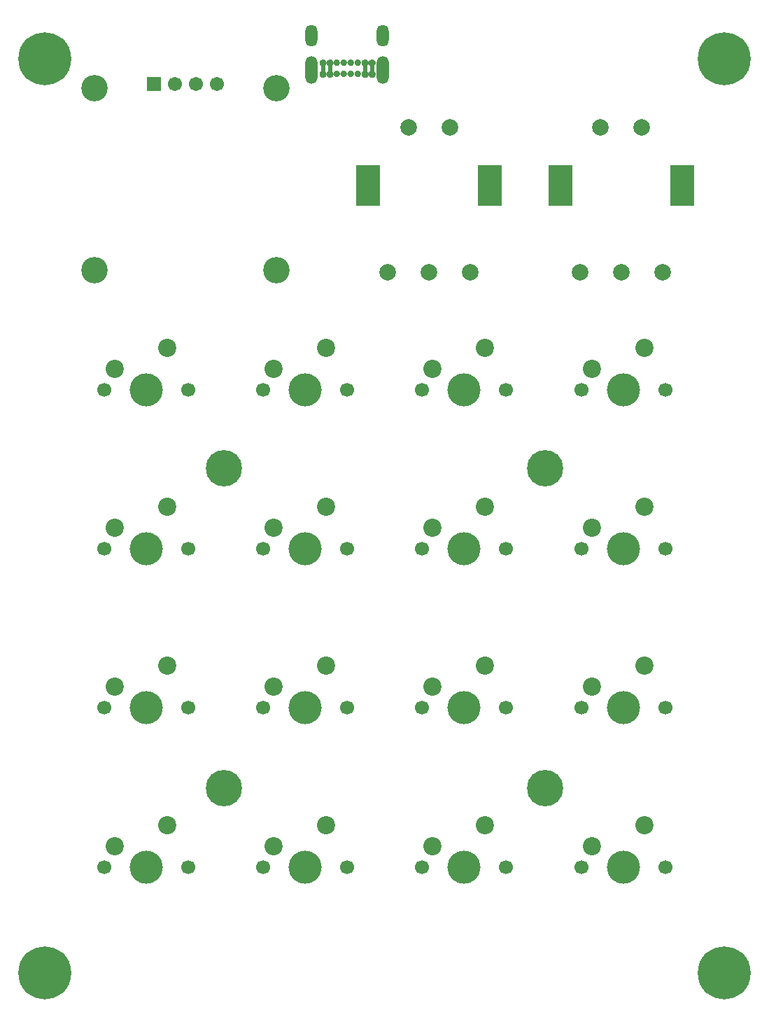
<source format=gbr>
%TF.GenerationSoftware,KiCad,Pcbnew,9.0.0*%
%TF.CreationDate,2025-06-12T19:16:51-06:00*%
%TF.ProjectId,final_macropad,66696e61-6c5f-46d6-9163-726f7061642e,rev?*%
%TF.SameCoordinates,Original*%
%TF.FileFunction,Soldermask,Top*%
%TF.FilePolarity,Negative*%
%FSLAX46Y46*%
G04 Gerber Fmt 4.6, Leading zero omitted, Abs format (unit mm)*
G04 Created by KiCad (PCBNEW 9.0.0) date 2025-06-12 19:16:51*
%MOMM*%
%LPD*%
G01*
G04 APERTURE LIST*
G04 Aperture macros list*
%AMRoundRect*
0 Rectangle with rounded corners*
0 $1 Rounding radius*
0 $2 $3 $4 $5 $6 $7 $8 $9 X,Y pos of 4 corners*
0 Add a 4 corners polygon primitive as box body*
4,1,4,$2,$3,$4,$5,$6,$7,$8,$9,$2,$3,0*
0 Add four circle primitives for the rounded corners*
1,1,$1+$1,$2,$3*
1,1,$1+$1,$4,$5*
1,1,$1+$1,$6,$7*
1,1,$1+$1,$8,$9*
0 Add four rect primitives between the rounded corners*
20,1,$1+$1,$2,$3,$4,$5,0*
20,1,$1+$1,$4,$5,$6,$7,0*
20,1,$1+$1,$6,$7,$8,$9,0*
20,1,$1+$1,$8,$9,$2,$3,0*%
G04 Aperture macros list end*
%ADD10C,0.387500*%
%ADD11C,0.010000*%
%ADD12C,0.800000*%
%ADD13C,6.400000*%
%ADD14C,2.000000*%
%ADD15R,3.000000X5.000000*%
%ADD16C,1.700000*%
%ADD17C,4.000000*%
%ADD18C,2.200000*%
%ADD19C,4.400000*%
%ADD20RoundRect,0.102000X-0.754000X-0.754000X0.754000X-0.754000X0.754000X0.754000X-0.754000X0.754000X0*%
%ADD21C,1.712000*%
%ADD22C,3.204000*%
%ADD23O,1.452400X2.652400*%
%ADD24O,1.452400X3.352400*%
G04 APERTURE END LIST*
D10*
%TO.C,J2*%
X68514750Y-29922000D02*
G75*
G02*
X68127250Y-29922000I-193750J0D01*
G01*
X68127250Y-29922000D02*
G75*
G02*
X68514750Y-29922000I193750J0D01*
G01*
X68514750Y-31272000D02*
G75*
G02*
X68127250Y-31272000I-193750J0D01*
G01*
X68127250Y-31272000D02*
G75*
G02*
X68514750Y-31272000I193750J0D01*
G01*
X69364750Y-29922000D02*
G75*
G02*
X68977250Y-29922000I-193750J0D01*
G01*
X68977250Y-29922000D02*
G75*
G02*
X69364750Y-29922000I193750J0D01*
G01*
X69364750Y-31272000D02*
G75*
G02*
X68977250Y-31272000I-193750J0D01*
G01*
X68977250Y-31272000D02*
G75*
G02*
X69364750Y-31272000I193750J0D01*
G01*
X70214750Y-29922000D02*
G75*
G02*
X69827250Y-29922000I-193750J0D01*
G01*
X69827250Y-29922000D02*
G75*
G02*
X70214750Y-29922000I193750J0D01*
G01*
X70214750Y-31272000D02*
G75*
G02*
X69827250Y-31272000I-193750J0D01*
G01*
X69827250Y-31272000D02*
G75*
G02*
X70214750Y-31272000I193750J0D01*
G01*
X71064750Y-29922000D02*
G75*
G02*
X70677250Y-29922000I-193750J0D01*
G01*
X70677250Y-29922000D02*
G75*
G02*
X71064750Y-29922000I193750J0D01*
G01*
X71064750Y-31272000D02*
G75*
G02*
X70677250Y-31272000I-193750J0D01*
G01*
X70677250Y-31272000D02*
G75*
G02*
X71064750Y-31272000I193750J0D01*
G01*
D11*
X66687000Y-29540000D02*
X66751000Y-29557000D01*
X66811000Y-29584000D01*
X66866000Y-29622000D01*
X66913000Y-29668000D01*
X66952000Y-29721000D01*
X66982000Y-29781000D01*
X67001000Y-29844000D01*
X67008000Y-29910000D01*
X67005000Y-29976000D01*
X66990000Y-30040000D01*
X66964000Y-30102000D01*
X66929000Y-30157000D01*
X66884000Y-30206000D01*
X66835000Y-30245000D01*
X66834500Y-30948620D01*
X66835000Y-30949000D01*
X66884000Y-30988000D01*
X66929000Y-31037000D01*
X66964000Y-31092000D01*
X66990000Y-31154000D01*
X67005000Y-31218000D01*
X67008000Y-31284000D01*
X67001000Y-31350000D01*
X66982000Y-31413000D01*
X66952000Y-31473000D01*
X66913000Y-31526000D01*
X66866000Y-31572000D01*
X66811000Y-31610000D01*
X66751000Y-31637000D01*
X66687000Y-31654000D01*
X66621000Y-31660000D01*
X66555000Y-31654000D01*
X66491000Y-31637000D01*
X66431000Y-31610000D01*
X66376000Y-31572000D01*
X66329000Y-31526000D01*
X66290000Y-31473000D01*
X66260000Y-31413000D01*
X66241000Y-31350000D01*
X66234000Y-31284000D01*
X66237000Y-31218000D01*
X66252000Y-31154000D01*
X66278000Y-31092000D01*
X66313000Y-31037000D01*
X66358000Y-30988000D01*
X66408000Y-30949000D01*
X66408000Y-30245000D01*
X66358000Y-30206000D01*
X66313000Y-30157000D01*
X66278000Y-30102000D01*
X66252000Y-30040000D01*
X66237000Y-29976000D01*
X66234000Y-29910000D01*
X66241000Y-29844000D01*
X66260000Y-29781000D01*
X66290000Y-29721000D01*
X66329000Y-29668000D01*
X66376000Y-29622000D01*
X66431000Y-29584000D01*
X66491000Y-29557000D01*
X66555000Y-29540000D01*
X66621000Y-29534000D01*
X66687000Y-29540000D01*
G36*
X66687000Y-29540000D02*
G01*
X66751000Y-29557000D01*
X66811000Y-29584000D01*
X66866000Y-29622000D01*
X66913000Y-29668000D01*
X66952000Y-29721000D01*
X66982000Y-29781000D01*
X67001000Y-29844000D01*
X67008000Y-29910000D01*
X67005000Y-29976000D01*
X66990000Y-30040000D01*
X66964000Y-30102000D01*
X66929000Y-30157000D01*
X66884000Y-30206000D01*
X66835000Y-30245000D01*
X66834500Y-30948620D01*
X66835000Y-30949000D01*
X66884000Y-30988000D01*
X66929000Y-31037000D01*
X66964000Y-31092000D01*
X66990000Y-31154000D01*
X67005000Y-31218000D01*
X67008000Y-31284000D01*
X67001000Y-31350000D01*
X66982000Y-31413000D01*
X66952000Y-31473000D01*
X66913000Y-31526000D01*
X66866000Y-31572000D01*
X66811000Y-31610000D01*
X66751000Y-31637000D01*
X66687000Y-31654000D01*
X66621000Y-31660000D01*
X66555000Y-31654000D01*
X66491000Y-31637000D01*
X66431000Y-31610000D01*
X66376000Y-31572000D01*
X66329000Y-31526000D01*
X66290000Y-31473000D01*
X66260000Y-31413000D01*
X66241000Y-31350000D01*
X66234000Y-31284000D01*
X66237000Y-31218000D01*
X66252000Y-31154000D01*
X66278000Y-31092000D01*
X66313000Y-31037000D01*
X66358000Y-30988000D01*
X66408000Y-30949000D01*
X66408000Y-30245000D01*
X66358000Y-30206000D01*
X66313000Y-30157000D01*
X66278000Y-30102000D01*
X66252000Y-30040000D01*
X66237000Y-29976000D01*
X66234000Y-29910000D01*
X66241000Y-29844000D01*
X66260000Y-29781000D01*
X66290000Y-29721000D01*
X66329000Y-29668000D01*
X66376000Y-29622000D01*
X66431000Y-29584000D01*
X66491000Y-29557000D01*
X66555000Y-29540000D01*
X66621000Y-29534000D01*
X66687000Y-29540000D01*
G37*
X67537000Y-29540000D02*
X67601000Y-29557000D01*
X67661000Y-29584000D01*
X67716000Y-29622000D01*
X67763000Y-29668000D01*
X67802000Y-29721000D01*
X67832000Y-29781000D01*
X67851000Y-29844000D01*
X67858000Y-29910000D01*
X67855000Y-29976000D01*
X67840000Y-30040000D01*
X67814000Y-30102000D01*
X67779000Y-30157000D01*
X67734000Y-30206000D01*
X67685000Y-30245000D01*
X67685000Y-30949000D01*
X67734000Y-30988000D01*
X67779000Y-31037000D01*
X67814000Y-31092000D01*
X67840000Y-31154000D01*
X67855000Y-31218000D01*
X67858000Y-31284000D01*
X67851000Y-31350000D01*
X67832000Y-31413000D01*
X67802000Y-31473000D01*
X67763000Y-31526000D01*
X67716000Y-31572000D01*
X67661000Y-31610000D01*
X67601000Y-31637000D01*
X67537000Y-31654000D01*
X67471000Y-31660000D01*
X67405000Y-31654000D01*
X67341000Y-31637000D01*
X67281000Y-31610000D01*
X67226000Y-31572000D01*
X67179000Y-31526000D01*
X67140000Y-31473000D01*
X67110000Y-31413000D01*
X67091000Y-31350000D01*
X67084000Y-31284000D01*
X67087000Y-31218000D01*
X67102000Y-31154000D01*
X67128000Y-31092000D01*
X67163000Y-31037000D01*
X67208000Y-30988000D01*
X67258000Y-30949000D01*
X67258000Y-30245000D01*
X67257500Y-30245380D01*
X67208000Y-30206000D01*
X67163000Y-30157000D01*
X67128000Y-30102000D01*
X67102000Y-30040000D01*
X67087000Y-29976000D01*
X67084000Y-29910000D01*
X67091000Y-29844000D01*
X67110000Y-29781000D01*
X67140000Y-29721000D01*
X67179000Y-29668000D01*
X67226000Y-29622000D01*
X67281000Y-29584000D01*
X67341000Y-29557000D01*
X67405000Y-29540000D01*
X67471000Y-29534000D01*
X67537000Y-29540000D01*
G36*
X67537000Y-29540000D02*
G01*
X67601000Y-29557000D01*
X67661000Y-29584000D01*
X67716000Y-29622000D01*
X67763000Y-29668000D01*
X67802000Y-29721000D01*
X67832000Y-29781000D01*
X67851000Y-29844000D01*
X67858000Y-29910000D01*
X67855000Y-29976000D01*
X67840000Y-30040000D01*
X67814000Y-30102000D01*
X67779000Y-30157000D01*
X67734000Y-30206000D01*
X67685000Y-30245000D01*
X67685000Y-30949000D01*
X67734000Y-30988000D01*
X67779000Y-31037000D01*
X67814000Y-31092000D01*
X67840000Y-31154000D01*
X67855000Y-31218000D01*
X67858000Y-31284000D01*
X67851000Y-31350000D01*
X67832000Y-31413000D01*
X67802000Y-31473000D01*
X67763000Y-31526000D01*
X67716000Y-31572000D01*
X67661000Y-31610000D01*
X67601000Y-31637000D01*
X67537000Y-31654000D01*
X67471000Y-31660000D01*
X67405000Y-31654000D01*
X67341000Y-31637000D01*
X67281000Y-31610000D01*
X67226000Y-31572000D01*
X67179000Y-31526000D01*
X67140000Y-31473000D01*
X67110000Y-31413000D01*
X67091000Y-31350000D01*
X67084000Y-31284000D01*
X67087000Y-31218000D01*
X67102000Y-31154000D01*
X67128000Y-31092000D01*
X67163000Y-31037000D01*
X67208000Y-30988000D01*
X67258000Y-30949000D01*
X67258000Y-30245000D01*
X67257500Y-30245380D01*
X67208000Y-30206000D01*
X67163000Y-30157000D01*
X67128000Y-30102000D01*
X67102000Y-30040000D01*
X67087000Y-29976000D01*
X67084000Y-29910000D01*
X67091000Y-29844000D01*
X67110000Y-29781000D01*
X67140000Y-29721000D01*
X67179000Y-29668000D01*
X67226000Y-29622000D01*
X67281000Y-29584000D01*
X67341000Y-29557000D01*
X67405000Y-29540000D01*
X67471000Y-29534000D01*
X67537000Y-29540000D01*
G37*
X71787000Y-29540000D02*
X71851000Y-29557000D01*
X71911000Y-29584000D01*
X71966000Y-29622000D01*
X72013000Y-29668000D01*
X72052000Y-29721000D01*
X72082000Y-29781000D01*
X72101000Y-29844000D01*
X72108000Y-29910000D01*
X72105000Y-29976000D01*
X72090000Y-30040000D01*
X72064000Y-30102000D01*
X72029000Y-30157000D01*
X71984000Y-30206000D01*
X71934000Y-30245000D01*
X71934000Y-30949000D01*
X71984000Y-30988000D01*
X72029000Y-31037000D01*
X72064000Y-31092000D01*
X72090000Y-31154000D01*
X72105000Y-31218000D01*
X72108000Y-31284000D01*
X72101000Y-31350000D01*
X72082000Y-31413000D01*
X72052000Y-31473000D01*
X72013000Y-31526000D01*
X71966000Y-31572000D01*
X71911000Y-31610000D01*
X71851000Y-31637000D01*
X71787000Y-31654000D01*
X71721000Y-31660000D01*
X71655000Y-31654000D01*
X71591000Y-31637000D01*
X71531000Y-31610000D01*
X71476000Y-31572000D01*
X71429000Y-31526000D01*
X71390000Y-31473000D01*
X71360000Y-31413000D01*
X71341000Y-31350000D01*
X71334000Y-31284000D01*
X71337000Y-31218000D01*
X71352000Y-31154000D01*
X71378000Y-31092000D01*
X71413000Y-31037000D01*
X71458000Y-30988000D01*
X71507000Y-30949000D01*
X71507000Y-30245000D01*
X71507500Y-30245380D01*
X71458000Y-30206000D01*
X71413000Y-30157000D01*
X71378000Y-30102000D01*
X71352000Y-30040000D01*
X71337000Y-29976000D01*
X71334000Y-29910000D01*
X71341000Y-29844000D01*
X71360000Y-29781000D01*
X71390000Y-29721000D01*
X71429000Y-29668000D01*
X71476000Y-29622000D01*
X71531000Y-29584000D01*
X71591000Y-29557000D01*
X71655000Y-29540000D01*
X71721000Y-29534000D01*
X71787000Y-29540000D01*
G36*
X71787000Y-29540000D02*
G01*
X71851000Y-29557000D01*
X71911000Y-29584000D01*
X71966000Y-29622000D01*
X72013000Y-29668000D01*
X72052000Y-29721000D01*
X72082000Y-29781000D01*
X72101000Y-29844000D01*
X72108000Y-29910000D01*
X72105000Y-29976000D01*
X72090000Y-30040000D01*
X72064000Y-30102000D01*
X72029000Y-30157000D01*
X71984000Y-30206000D01*
X71934000Y-30245000D01*
X71934000Y-30949000D01*
X71984000Y-30988000D01*
X72029000Y-31037000D01*
X72064000Y-31092000D01*
X72090000Y-31154000D01*
X72105000Y-31218000D01*
X72108000Y-31284000D01*
X72101000Y-31350000D01*
X72082000Y-31413000D01*
X72052000Y-31473000D01*
X72013000Y-31526000D01*
X71966000Y-31572000D01*
X71911000Y-31610000D01*
X71851000Y-31637000D01*
X71787000Y-31654000D01*
X71721000Y-31660000D01*
X71655000Y-31654000D01*
X71591000Y-31637000D01*
X71531000Y-31610000D01*
X71476000Y-31572000D01*
X71429000Y-31526000D01*
X71390000Y-31473000D01*
X71360000Y-31413000D01*
X71341000Y-31350000D01*
X71334000Y-31284000D01*
X71337000Y-31218000D01*
X71352000Y-31154000D01*
X71378000Y-31092000D01*
X71413000Y-31037000D01*
X71458000Y-30988000D01*
X71507000Y-30949000D01*
X71507000Y-30245000D01*
X71507500Y-30245380D01*
X71458000Y-30206000D01*
X71413000Y-30157000D01*
X71378000Y-30102000D01*
X71352000Y-30040000D01*
X71337000Y-29976000D01*
X71334000Y-29910000D01*
X71341000Y-29844000D01*
X71360000Y-29781000D01*
X71390000Y-29721000D01*
X71429000Y-29668000D01*
X71476000Y-29622000D01*
X71531000Y-29584000D01*
X71591000Y-29557000D01*
X71655000Y-29540000D01*
X71721000Y-29534000D01*
X71787000Y-29540000D01*
G37*
X72637000Y-29540000D02*
X72701000Y-29557000D01*
X72761000Y-29584000D01*
X72816000Y-29622000D01*
X72863000Y-29668000D01*
X72902000Y-29721000D01*
X72932000Y-29781000D01*
X72951000Y-29844000D01*
X72958000Y-29910000D01*
X72955000Y-29976000D01*
X72940000Y-30040000D01*
X72914000Y-30102000D01*
X72879000Y-30157000D01*
X72834000Y-30206000D01*
X72784000Y-30245000D01*
X72784500Y-30948620D01*
X72784000Y-30949000D01*
X72834000Y-30988000D01*
X72879000Y-31037000D01*
X72914000Y-31092000D01*
X72940000Y-31154000D01*
X72955000Y-31218000D01*
X72958000Y-31284000D01*
X72951000Y-31350000D01*
X72932000Y-31413000D01*
X72902000Y-31473000D01*
X72863000Y-31526000D01*
X72816000Y-31572000D01*
X72761000Y-31610000D01*
X72701000Y-31637000D01*
X72637000Y-31654000D01*
X72571000Y-31660000D01*
X72505000Y-31654000D01*
X72441000Y-31637000D01*
X72381000Y-31610000D01*
X72326000Y-31572000D01*
X72279000Y-31526000D01*
X72240000Y-31473000D01*
X72210000Y-31413000D01*
X72191000Y-31350000D01*
X72184000Y-31284000D01*
X72187000Y-31218000D01*
X72202000Y-31154000D01*
X72228000Y-31092000D01*
X72263000Y-31037000D01*
X72308000Y-30988000D01*
X72357000Y-30949000D01*
X72357000Y-30245000D01*
X72308000Y-30206000D01*
X72263000Y-30157000D01*
X72228000Y-30102000D01*
X72202000Y-30040000D01*
X72187000Y-29976000D01*
X72184000Y-29910000D01*
X72191000Y-29844000D01*
X72210000Y-29781000D01*
X72240000Y-29721000D01*
X72279000Y-29668000D01*
X72326000Y-29622000D01*
X72381000Y-29584000D01*
X72441000Y-29557000D01*
X72505000Y-29540000D01*
X72571000Y-29534000D01*
X72637000Y-29540000D01*
G36*
X72637000Y-29540000D02*
G01*
X72701000Y-29557000D01*
X72761000Y-29584000D01*
X72816000Y-29622000D01*
X72863000Y-29668000D01*
X72902000Y-29721000D01*
X72932000Y-29781000D01*
X72951000Y-29844000D01*
X72958000Y-29910000D01*
X72955000Y-29976000D01*
X72940000Y-30040000D01*
X72914000Y-30102000D01*
X72879000Y-30157000D01*
X72834000Y-30206000D01*
X72784000Y-30245000D01*
X72784500Y-30948620D01*
X72784000Y-30949000D01*
X72834000Y-30988000D01*
X72879000Y-31037000D01*
X72914000Y-31092000D01*
X72940000Y-31154000D01*
X72955000Y-31218000D01*
X72958000Y-31284000D01*
X72951000Y-31350000D01*
X72932000Y-31413000D01*
X72902000Y-31473000D01*
X72863000Y-31526000D01*
X72816000Y-31572000D01*
X72761000Y-31610000D01*
X72701000Y-31637000D01*
X72637000Y-31654000D01*
X72571000Y-31660000D01*
X72505000Y-31654000D01*
X72441000Y-31637000D01*
X72381000Y-31610000D01*
X72326000Y-31572000D01*
X72279000Y-31526000D01*
X72240000Y-31473000D01*
X72210000Y-31413000D01*
X72191000Y-31350000D01*
X72184000Y-31284000D01*
X72187000Y-31218000D01*
X72202000Y-31154000D01*
X72228000Y-31092000D01*
X72263000Y-31037000D01*
X72308000Y-30988000D01*
X72357000Y-30949000D01*
X72357000Y-30245000D01*
X72308000Y-30206000D01*
X72263000Y-30157000D01*
X72228000Y-30102000D01*
X72202000Y-30040000D01*
X72187000Y-29976000D01*
X72184000Y-29910000D01*
X72191000Y-29844000D01*
X72210000Y-29781000D01*
X72240000Y-29721000D01*
X72279000Y-29668000D01*
X72326000Y-29622000D01*
X72381000Y-29584000D01*
X72441000Y-29557000D01*
X72505000Y-29540000D01*
X72571000Y-29534000D01*
X72637000Y-29540000D01*
G37*
%TD*%
D12*
%TO.C,H3*%
X30600000Y-140052944D03*
X31302944Y-138355888D03*
X31302944Y-141750000D03*
X33000000Y-137652944D03*
D13*
X33000000Y-140052944D03*
D12*
X33000000Y-142452944D03*
X34697056Y-138355888D03*
X34697056Y-141750000D03*
X35400000Y-140052944D03*
%TD*%
D14*
%TO.C,S17*%
X100250000Y-37750000D03*
X105250000Y-37750000D03*
X97750000Y-55250000D03*
X102750000Y-55250000D03*
X107750000Y-55250000D03*
D15*
X95400000Y-44750000D03*
X110100000Y-44750000D03*
%TD*%
D12*
%TO.C,H4*%
X112850000Y-140052944D03*
X113552944Y-138355888D03*
X113552944Y-141750000D03*
X115250000Y-137652944D03*
D13*
X115250000Y-140052944D03*
D12*
X115250000Y-142452944D03*
X116947056Y-138355888D03*
X116947056Y-141750000D03*
X117650000Y-140052944D03*
%TD*%
D16*
%TO.C,S3*%
X78670000Y-69460000D03*
D17*
X83750000Y-69460000D03*
D16*
X88830000Y-69460000D03*
D18*
X86290000Y-64380000D03*
X79940000Y-66920000D03*
%TD*%
D16*
%TO.C,S14*%
X59420000Y-127250000D03*
D17*
X64500000Y-127250000D03*
D16*
X69580000Y-127250000D03*
D18*
X67040000Y-122170000D03*
X60690000Y-124710000D03*
%TD*%
D16*
%TO.C,S6*%
X59420000Y-88710000D03*
D17*
X64500000Y-88710000D03*
D16*
X69580000Y-88710000D03*
D18*
X67040000Y-83630000D03*
X60690000Y-86170000D03*
%TD*%
D19*
%TO.C,H8*%
X93570000Y-117710000D03*
%TD*%
%TO.C,H5*%
X54670000Y-78960000D03*
%TD*%
D16*
%TO.C,S7*%
X78670000Y-88710000D03*
D17*
X83750000Y-88710000D03*
D16*
X88830000Y-88710000D03*
D18*
X86290000Y-83630000D03*
X79940000Y-86170000D03*
%TD*%
D16*
%TO.C,S4*%
X97920000Y-69460000D03*
D17*
X103000000Y-69460000D03*
D16*
X108080000Y-69460000D03*
D18*
X105540000Y-64380000D03*
X99190000Y-66920000D03*
%TD*%
D16*
%TO.C,S8*%
X97920000Y-88710000D03*
D17*
X103000000Y-88710000D03*
D16*
X108080000Y-88710000D03*
D18*
X105540000Y-83630000D03*
X99190000Y-86170000D03*
%TD*%
D12*
%TO.C,H1*%
X30600000Y-29447056D03*
X31302944Y-27750000D03*
X31302944Y-31144112D03*
X33000000Y-27047056D03*
D13*
X33000000Y-29447056D03*
D12*
X33000000Y-31847056D03*
X34697056Y-27750000D03*
X34697056Y-31144112D03*
X35400000Y-29447056D03*
%TD*%
D19*
%TO.C,H6*%
X54670000Y-117710000D03*
%TD*%
D16*
%TO.C,S5*%
X40170000Y-88710000D03*
D17*
X45250000Y-88710000D03*
D16*
X50330000Y-88710000D03*
D18*
X47790000Y-83630000D03*
X41440000Y-86170000D03*
%TD*%
D16*
%TO.C,S1*%
X40170000Y-69460000D03*
D17*
X45250000Y-69460000D03*
D16*
X50330000Y-69460000D03*
D18*
X47790000Y-64380000D03*
X41440000Y-66920000D03*
%TD*%
D16*
%TO.C,S10*%
X59420000Y-107960000D03*
D17*
X64500000Y-107960000D03*
D16*
X69580000Y-107960000D03*
D18*
X67040000Y-102880000D03*
X60690000Y-105420000D03*
%TD*%
D19*
%TO.C,H7*%
X93570000Y-78960000D03*
%TD*%
D12*
%TO.C,H2*%
X112850000Y-29447056D03*
X113552944Y-27750000D03*
X113552944Y-31144112D03*
X115250000Y-27047056D03*
D13*
X115250000Y-29447056D03*
D12*
X115250000Y-31847056D03*
X116947056Y-27750000D03*
X116947056Y-31144112D03*
X117650000Y-29447056D03*
%TD*%
D16*
%TO.C,S12*%
X97920000Y-107960000D03*
D17*
X103000000Y-107960000D03*
D16*
X108080000Y-107960000D03*
D18*
X105540000Y-102880000D03*
X99190000Y-105420000D03*
%TD*%
D20*
%TO.C,U3*%
X46190000Y-32500000D03*
D21*
X48730000Y-32500000D03*
X51270000Y-32500000D03*
X53810000Y-32500000D03*
D22*
X39000000Y-33000000D03*
X61000000Y-33000000D03*
X61000000Y-55000000D03*
X39000000Y-55000000D03*
%TD*%
D16*
%TO.C,S2*%
X59420000Y-69460000D03*
D17*
X64500000Y-69460000D03*
D16*
X69580000Y-69460000D03*
D18*
X67040000Y-64380000D03*
X60690000Y-66920000D03*
%TD*%
D16*
%TO.C,S9*%
X40170000Y-107960000D03*
D17*
X45250000Y-107960000D03*
D16*
X50330000Y-107960000D03*
D18*
X47790000Y-102880000D03*
X41440000Y-105420000D03*
%TD*%
D23*
%TO.C,J2*%
X73916000Y-26622000D03*
X65276000Y-26622000D03*
D24*
X73916000Y-30772000D03*
X65276000Y-30772000D03*
%TD*%
D16*
%TO.C,S15*%
X78670000Y-127250000D03*
D17*
X83750000Y-127250000D03*
D16*
X88830000Y-127250000D03*
D18*
X86290000Y-122170000D03*
X79940000Y-124710000D03*
%TD*%
D14*
%TO.C,S18*%
X77000000Y-37750000D03*
X82000000Y-37750000D03*
X74500000Y-55250000D03*
X79500000Y-55250000D03*
X84500000Y-55250000D03*
D15*
X72150000Y-44750000D03*
X86850000Y-44750000D03*
%TD*%
D16*
%TO.C,S16*%
X97920000Y-127250000D03*
D17*
X103000000Y-127250000D03*
D16*
X108080000Y-127250000D03*
D18*
X105540000Y-122170000D03*
X99190000Y-124710000D03*
%TD*%
D16*
%TO.C,S13*%
X40170000Y-127250000D03*
D17*
X45250000Y-127250000D03*
D16*
X50330000Y-127250000D03*
D18*
X47790000Y-122170000D03*
X41440000Y-124710000D03*
%TD*%
D16*
%TO.C,S11*%
X78670000Y-107960000D03*
D17*
X83750000Y-107960000D03*
D16*
X88830000Y-107960000D03*
D18*
X86290000Y-102880000D03*
X79940000Y-105420000D03*
%TD*%
M02*

</source>
